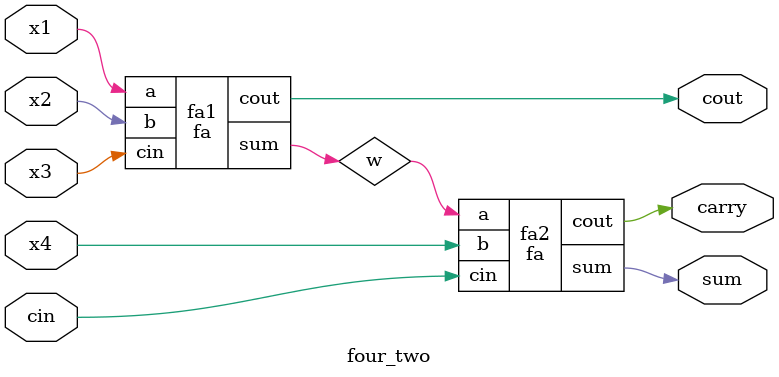
<source format=v>
module ha(a,b,sum,cout);
	input a,b;
	output sum,cout;

	assign sum=a^b;
	assign cout=a&b;

endmodule

module fa(a,b,cin,sum,cout);
	input a,b,cin;
	output sum,cout;

	assign sum=a^b^cin;
	assign cout=(a&b)|(b&cin)|(cin&a);

endmodule

module four_two(x1,x2,x3,x4,cin,sum,carry,cout);
	input x1,x2,x3,x4,cin;
	output sum,carry,cout;

	wire w;
	fa fa1(x1,x2,x3,w,cout);
	fa fa2(w,x4,cin,sum,carry);

endmodule
</source>
